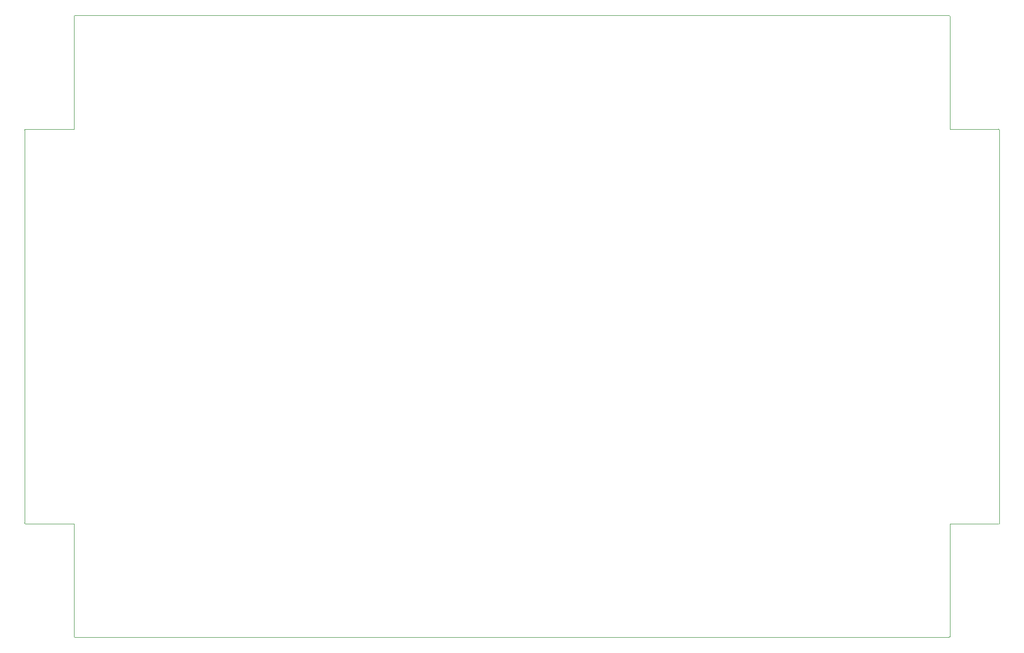
<source format=gbr>
%TF.GenerationSoftware,Altium Limited,Altium Designer,21.6.1 (37)*%
G04 Layer_Color=0*
%FSLAX43Y43*%
%MOMM*%
%TF.SameCoordinates,4DA2BED1-4599-47CA-9C3E-D857DBAA41EB*%
%TF.FilePolarity,Positive*%
%TF.FileFunction,Profile,NP*%
%TF.Part,Single*%
G01*
G75*
%TA.AperFunction,Profile*%
%ADD58C,0.025*%
D58*
X8373Y0D02*
Y19373D01*
X0D01*
D02*
G02*
X-127Y19500I0J127D01*
G01*
Y87000D01*
D02*
G02*
X0Y87127I127J0D01*
G01*
X8373D01*
Y106500D01*
D02*
G02*
X8500Y106627I127J0D01*
G01*
X158500D01*
D02*
G02*
X158627Y106500I0J-127D01*
G01*
Y87127D01*
X167000D01*
D02*
G02*
X167127Y87000I0J-127D01*
G01*
Y19601D01*
D02*
G02*
X167152Y19525I-102J-76D01*
G01*
D02*
G02*
X167115Y19435I-127J0D01*
G01*
X167090Y19410D01*
X167090Y19410D01*
D02*
G02*
X167000Y19373I-90J90D01*
G01*
X158627D01*
Y0D01*
D02*
G02*
X158500Y-127I-127J0D01*
G01*
X8500D01*
D02*
G02*
X8373Y0I0J127D01*
G01*
%TF.MD5,b7b0d9c55a2a2b05233895cdca906728*%
M02*

</source>
